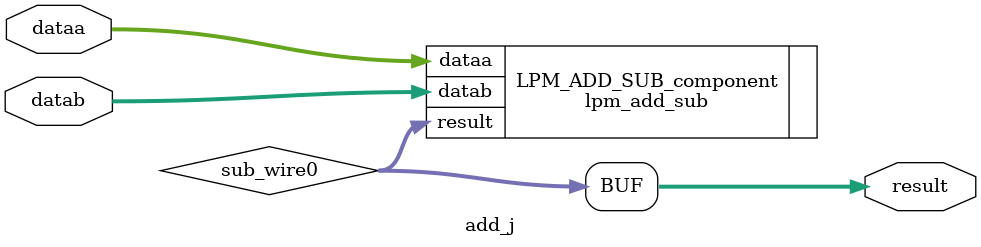
<source format=v>

`timescale 1 ns / 1 ps
module add_j (
	dataa,
	datab,
	result);

	input	[31:0]  dataa;
	input	[31:0]  datab;
	output	[31:0]  result;

	wire [31:0] sub_wire0;
	wire [31:0] result = sub_wire0[31:0];

	lpm_add_sub	LPM_ADD_SUB_component (
				.dataa (dataa),
				.datab (datab),
				.result (sub_wire0)
				// synopsys translate_off
				,
				.aclr (),
				.add_sub (),
				.cin (),
				.clken (),
				.clock (),
				.cout (),
				.overflow ()
				// synopsys translate_on
				);
	defparam
		LPM_ADD_SUB_component.lpm_direction = "ADD",
		LPM_ADD_SUB_component.lpm_hint = "ONE_INPUT_IS_CONSTANT=NO,CIN_USED=NO",
		LPM_ADD_SUB_component.lpm_representation = "UNSIGNED",
		LPM_ADD_SUB_component.lpm_type = "LPM_ADD_SUB",
		LPM_ADD_SUB_component.lpm_width = 32;


endmodule

// ============================================================
// CNX file retrieval info
// ============================================================
// Retrieval info: PRIVATE: CarryIn NUMERIC "0"
// Retrieval info: PRIVATE: CarryOut NUMERIC "0"
// Retrieval info: PRIVATE: ConstantA NUMERIC "0"
// Retrieval info: PRIVATE: ConstantB NUMERIC "0"
// Retrieval info: PRIVATE: Function NUMERIC "0"
// Retrieval info: PRIVATE: INTENDED_DEVICE_FAMILY STRING "Cyclone IV GX"
// Retrieval info: PRIVATE: LPM_PIPELINE NUMERIC "0"
// Retrieval info: PRIVATE: Latency NUMERIC "0"
// Retrieval info: PRIVATE: Overflow NUMERIC "0"
// Retrieval info: PRIVATE: RadixA NUMERIC "10"
// Retrieval info: PRIVATE: RadixB NUMERIC "10"
// Retrieval info: PRIVATE: Representation NUMERIC "1"
// Retrieval info: PRIVATE: SYNTH_WRAPPER_GEN_POSTFIX STRING "0"
// Retrieval info: PRIVATE: ValidCtA NUMERIC "0"
// Retrieval info: PRIVATE: ValidCtB NUMERIC "0"
// Retrieval info: PRIVATE: WhichConstant NUMERIC "0"
// Retrieval info: PRIVATE: aclr NUMERIC "0"
// Retrieval info: PRIVATE: clken NUMERIC "0"
// Retrieval info: PRIVATE: nBit NUMERIC "32"
// Retrieval info: PRIVATE: new_diagram STRING "1"
// Retrieval info: LIBRARY: lpm lpm.lpm_components.all
// Retrieval info: CONSTANT: LPM_DIRECTION STRING "ADD"
// Retrieval info: CONSTANT: LPM_HINT STRING "ONE_INPUT_IS_CONSTANT=NO,CIN_USED=NO"
// Retrieval info: CONSTANT: LPM_REPRESENTATION STRING "UNSIGNED"
// Retrieval info: CONSTANT: LPM_TYPE STRING "LPM_ADD_SUB"
// Retrieval info: CONSTANT: LPM_WIDTH NUMERIC "32"
// Retrieval info: USED_PORT: dataa 0 0 32 0 INPUT NODEFVAL "dataa[31..0]"
// Retrieval info: USED_PORT: datab 0 0 32 0 INPUT NODEFVAL "datab[31..0]"
// Retrieval info: USED_PORT: result 0 0 32 0 OUTPUT NODEFVAL "result[31..0]"
// Retrieval info: CONNECT: @dataa 0 0 32 0 dataa 0 0 32 0
// Retrieval info: CONNECT: @datab 0 0 32 0 datab 0 0 32 0
// Retrieval info: CONNECT: result 0 0 32 0 @result 0 0 32 0
// Retrieval info: GEN_FILE: TYPE_NORMAL add_j.v TRUE
// Retrieval info: GEN_FILE: TYPE_NORMAL add_j.inc FALSE
// Retrieval info: GEN_FILE: TYPE_NORMAL add_j.cmp FALSE
// Retrieval info: GEN_FILE: TYPE_NORMAL add_j.bsf TRUE FALSE
// Retrieval info: GEN_FILE: TYPE_NORMAL add_j_inst.v FALSE
// Retrieval info: GEN_FILE: TYPE_NORMAL add_j_bb.v TRUE
// Retrieval info: LIB_FILE: lpm

</source>
